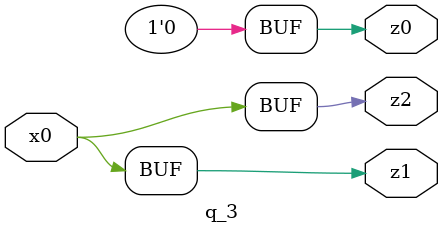
<source format=v>

module q_3 ( 
    x0,
    z0, z1, z2  );
  input  x0;
  output z0, z1, z2;
  assign z0 = 1'b0;
  assign z1 = x0;
  assign z2 = x0;
endmodule



</source>
